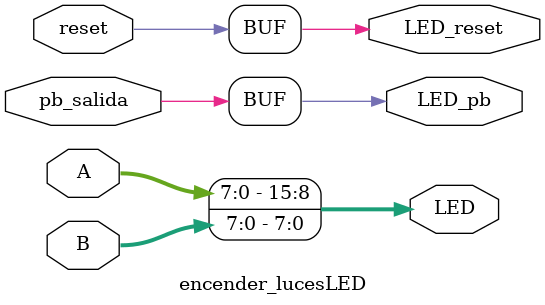
<source format=sv>
`timescale 1ns / 1ps

module lectura(
    input CLK100MHZ, reset,
    input [7:0] A, B,
    input pb_entrada,
    output [15:0] LED,
    output LED_reset, LED_pb,
    output [7:0] multiplicador, multiplicando,
    output logic pb_salida
    );
    
    //Conexiones del módulo.
    logic pb_sinrebote;
    
    //Circuitos antirrebote de los conmutadores.
    antirrebote A0 (CLK100MHZ, reset, A[0], multiplicador[0]);
    antirrebote A1 (CLK100MHZ, reset, A[1], multiplicador[1]);
    antirrebote A2 (CLK100MHZ, reset, A[2], multiplicador[2]);
    antirrebote A3 (CLK100MHZ, reset, A[3], multiplicador[3]);
    antirrebote A4 (CLK100MHZ, reset, A[4], multiplicador[4]);
    antirrebote A5 (CLK100MHZ, reset, A[5], multiplicador[5]);
    antirrebote A6 (CLK100MHZ, reset, A[6], multiplicador[6]);
    antirrebote A7 (CLK100MHZ, reset, A[7], multiplicador[7]);

    antirrebote B0 (CLK100MHZ, reset, B[0], multiplicando[0]);
    antirrebote B1 (CLK100MHZ, reset, B[1], multiplicando[1]);
    antirrebote B2 (CLK100MHZ, reset, B[2], multiplicando[2]);
    antirrebote B3 (CLK100MHZ, reset, B[3], multiplicando[3]);
    antirrebote B4 (CLK100MHZ, reset, B[4], multiplicando[4]);
    antirrebote B5 (CLK100MHZ, reset, B[5], multiplicando[5]);
    antirrebote B6 (CLK100MHZ, reset, B[6], multiplicando[6]);
    antirrebote B7 (CLK100MHZ, reset, B[7], multiplicando[7]);
    
    //Circuito antirrebote del pushbutton.
    antirrebote PB (CLK100MHZ, reset, pb_entrada, pb_sinrebote);
    
    //Indica si el botón ha sido presionado por 500 ms.
    inicio_multiplicacion Inicio (CLK100MHZ, reset, pb_sinrebote, pb_salida);
    
    //Encender las luces LED.
    encender_lucesLED LucesLED (reset, multiplicador, multiplicando, pb_salida, LED, LED_reset, LED_pb);
   
endmodule

//Circuito antirrebote para los botones y conmutadores. 
module antirrebote(
    input clk, reset, entrada,
    output salida
    );
    
    wire slow_clk_en;
    wire Q0, Q1, Q2, Q3;
    
    clock_enable u1 (clk, reset, slow_clk_en);
    
    FF F0 (clk, slow_clk_en, entrada, Q0);
    FF F1 (clk, slow_clk_en, Q0, Q1);
    FF F2 (clk, slow_clk_en, Q1, Q2);
    FF F3 (clk, slow_clk_en, Q2, Q3);
    
    assign salida = Q0 && Q1 && Q2 && Q3;
    
endmodule
    
//Activador del reloj lento para el circuito antirrebote.
module clock_enable(
    input Clk_100M, reset,
    output slow_clk_en
    );
    
    reg [25:0]contador = 0;
    
    always @(posedge Clk_100M)
    begin
        if (reset)
            contador <= 0;
        else
            contador <= (contador>=249999)?0:contador+1;
    end
    assign slow_clk_en = (contador == 249999)?1'b1:1'b0;
    
endmodule

//Flip-Flop D con señal de habilitación del reloj para el módulo antirrebote.
module FF(
    input DFF_CLOCK, clock_enable, D,
    output reg Q = 0
    );
    
    always @ (posedge DFF_CLOCK) begin
        if(clock_enable == 1) 
           Q <= D;
        end
        
endmodule

//
module inicio_multiplicacion (
    input clk, reset, pb_sinrebote,
    output logic pb_salida = 0
    );
    
    //Límite del contador para muestrear el valor en el tiempo deseado
    localparam limite = 249999*2; //Para obtener una señal dividida de 2 Hz
    //Formula para la frecuencia deseada:
    //f = 1/T => f = 1/500X10^-3 => f = 2 Hz
    //Fórmula para tener la frecuencia de la señal que se quiere:
    //limite = [100 Mhz/(2*Frecuencia_deseada)] - 1 => Frecuencia deseada = 24999999
    
    //Variables para realizar el muestreo de la entrada
    reg activador = 0;
    reg [25:0] contador = 0;
    
    always @(pb_sinrebote)
    begin
        if (pb_sinrebote)
            activador = 1;
        else
            activador = 0;
    end
    
    always @(posedge clk)
    begin
        if(reset)
            contador <= 0;
        else
        begin
            if (contador == limite)
                contador <= 0;
            else
                contador <= contador +1;
        end
    end
    
    always @(posedge clk)
    begin
        if(reset)
            pb_salida <= 0;
        else
        begin
            if(contador == limite && activador)
                pb_salida <= pb_sinrebote;
            else if(!activador)
                pb_salida <= 0;
            else
                pb_salida <= pb_salida;
        end
    end
    
endmodule

//Enciende las luces LED que están encima de cada switch y los indicadores del reset y el pushbutton.
module encender_lucesLED(
    input reset,
    input [7:0] A, B,
    input pb_salida,
    output [15:0] LED,
    output LED_reset, LED_pb
    );
    
    assign LED = {A, B};
    assign LED_reset = reset;
    assign LED_pb = pb_salida;
    
endmodule
</source>
